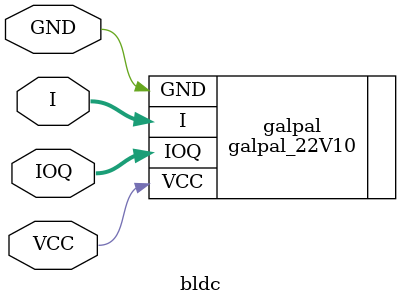
<source format=v>
/* Autogenerated from bldc.jed by galpal */

module bldc (
	input	[11:0]	I,
	inout	[9:0]	IOQ,
	input	VCC,
	input	GND
);

galpal_22V10 #(
	.FUSE(5892'b000000000000000000000000000000000000000000000000000000000000000011111111111100010111000000000000000000000000000000000000000000000000000000000000000000000000000000000000000000000000000000000000000000000000000000000000111111111101111111111111111111111010011111111111111111101111111111111111111111010111111111111111110111111111111111111111010110111111111111111110111111111111111111111110101111111111111111101111111111111111111101101111111111111111111011111111111111111111100111111111111111111111111111111111111111111111111111110000000000000000000000000000000000000000000000000000000000000000000000000000000000000000000000000000000000000000000000000000000000000000000000000000000000000000000000000000000011111111110111111111111111110111110101111111111111111110111111111111111111111110011111111111111111011111111111111111101111101011111111111111111011111111111111111111110110111111111111111110111111111111111110111101111111111111111111101111111111111111011111101111111111111111111111111111111111111111111111111111000000000000000000000000000000000000000000000000000000000000000000000000000000000000000000000000000000000000000000000000000000000000000000000000000000000000000000000000000000000000000000000000000000000000000000000000000000000000000000000000000000000000000000000000111111111101111111111111111101110110111111111111111111101111111111111111111101011111111111111111110111111111111111111011100111111111111111111110111111111111111111111010111111111111111111101111111111111111101111101111111111111111111011111111111111110111110111111111111111111111111111111111111111111111111111110000000000000000000000000000000000000000000000000000000000000000000000000000000000000000000000000000000000000000000000000000000000000000000000000000000000000000000000000000000000000000000000000000000000000000000000000000000000000000000000000000000000000000000000000000000000000000000000000000000000000000000011111111111111011111111111111111100101101111111111111111110111111111111111110110101011111111111111111110111111111111111111111101111111111111111111101111111111111111111001111111111111111111111011111111111111111101101111111111111111111110111111111111111101011111111111111111111111101111111111111111101011111111111111111111111111111111111111111111111111110000000000000000000000000000000000000000000000000000000000000000000000000000000000000000000000000000000000000000000000000000000000000000000000000000000000000000000000000000000000000000000000000000000000000000000000000000000000000000000000000000000000000000000000000000000000000000000000000000000000000000000000000000000000000000000000000000000000000000000000000000000000000000000000000000000000001111111111111101111111111111011111100110111111111111111111011111111111111011110110101111111111111111111011111111111111111111110111111111111111111110111111111111111111010111111111111111111111101111111111111111111010111111111111111111111011111111111110111110111111111111111111111110111111111111011111011111111111111111111111111111111111111111111111111111000000000000000000000000000000000000000000000000000000000000000000000000000000000000000000000000000000000000000000000000000000000000000000000000000000000000000000000000000000000000000000000000000000000000000000000000000000000000000000000000000000000000000000000000000000000000000000000000000000000000000000000000000000000000000000000000000000000000000000000000000000000000000000000000000000000000111111111111110111111111111101110101111011111111111111111101111111111111101110101110111111111111111111101111111111111111111111011111111111111111111011111111111111110110111111111111111111111110111111111111111110011111111111111111111111101111111111111011110111111111111111111111111011111111111101111110111111111111111111111111111111111111111111111111111100000000000000000000000000000000000000000000000000000000000000000000000000000000000000000000000000000000000000000000000000000000000000000000000000000000000000000000000000000000111111111111111111011111111011111010011111111111111111111111111111111110011110100111111111111111111111111101111011111111010110111111111111111111111111111110111101110101101111111111111111111111111111101110011101111111111111111111111111111111111011100111111101111111111111111111111111011110111110111011111111111111111111111111110111111110101111111011111111111111111111111101111111110111011111111111111111111111111111011111111101111111011111111111111111111111111111111111111111111111111100000000000000000000000000000000000000000000000000000000000000000000000000000000000000001111111111111111110111111111011101100111111111111111111111111101111011111111101001111111111111111111111111111111110110110101101111111111111111111111111111101101101110011111111111111111111111111101111111011111011110111111111111111111111111011111110101110111111111111111111111111111110111101111101110111111111111111111111111111111111011011111101101111111111111111111111111111110111111110111101111111111111111111111111111101111011101111111111111111111111111111111111111111111111111111111111111111111111111111101111110111010011111111111111111111111111111011110101111101011111111111111111111111101111111110111010101111111111111111111111111011111111011110101101111111111111111111111110111011111111110110111111111111111111111111101110111110111111101111111111111111111111111011111111010111111101111111111111111111111111111011110111101111011111111111111111111111111111111101111101101111111111111111111111111111111111001111111011111111111111111111111111111111111111111111111111100000000000000000000000000000000000000000000000000000000000000000000000000000000000000000000000000000000000000000000000000000000000000000000000000000000000000000000000000000000000000000000000000000000000000000000000000000000000000000000000000000000000000000000000000000000000000000000000000000000000000000000111111111111111111111111111111111111111111011111111111111111111111111111111111111111111111111110111111111111111111111111111111111111)
	) galpal (
	.I(I),
	.IOQ(IOQ),
	.VCC(VCC),
	.GND(GND)
);

endmodule

</source>
